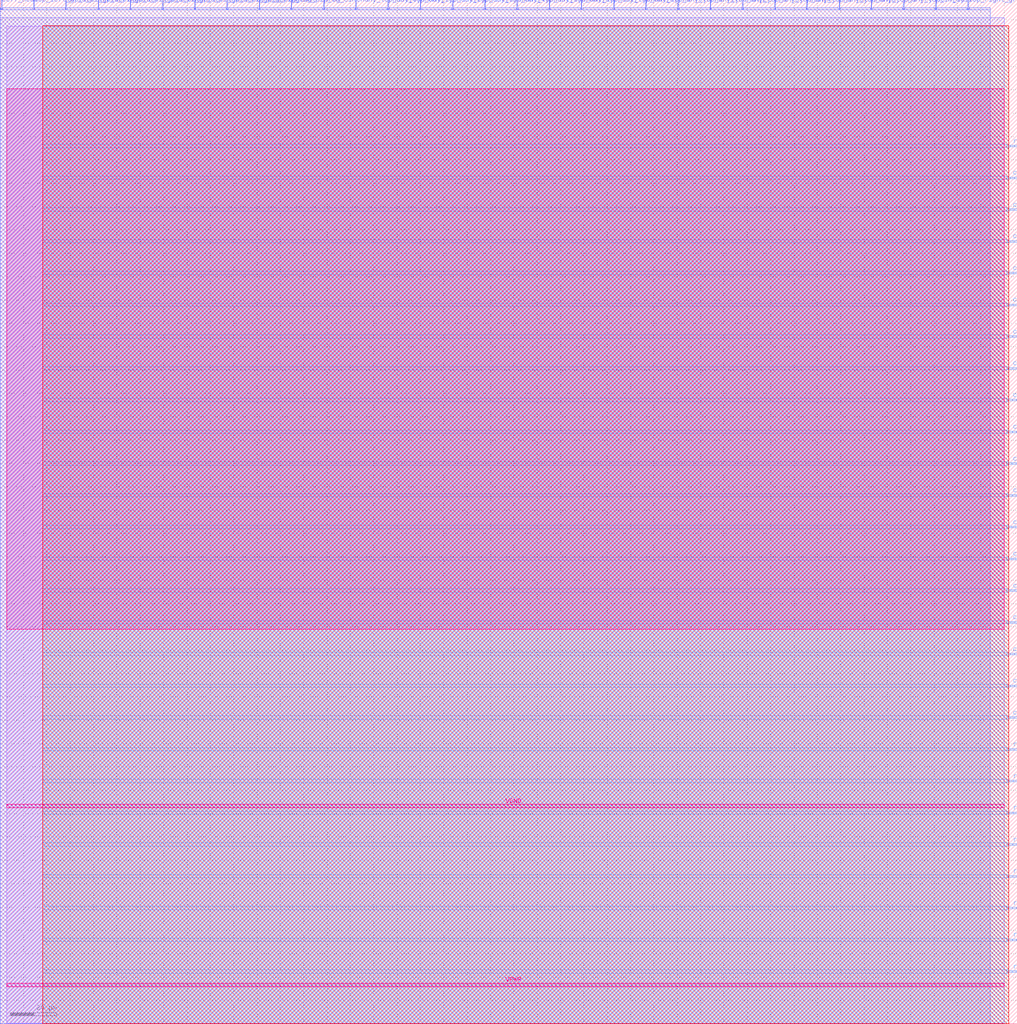
<source format=lef>
VERSION 5.7 ;
  NAMESCASESENSITIVE ON ;
  NOWIREEXTENSIONATPIN ON ;
  DIVIDERCHAR "/" ;
  BUSBITCHARS "[]" ;
UNITS
  DATABASE MICRONS 200 ;
END UNITS

MACRO sb_0__0_
  CLASS BLOCK ;
  FOREIGN sb_0__0_ ;
  ORIGIN 0.000 0.000 ;
  SIZE 435.615 BY 438.525 ;
  PIN ccff_head
    DIRECTION INPUT ;
    PORT
      LAYER met2 ;
        RECT 0.480 434.525 0.760 438.525 ;
    END
  END ccff_head
  PIN top_left_grid_pin_1_
    DIRECTION INPUT ;
    PORT
      LAYER met2 ;
        RECT 14.280 434.525 14.560 438.525 ;
    END
  END top_left_grid_pin_1_
  PIN top_left_grid_pin_3_
    DIRECTION INPUT ;
    PORT
      LAYER met2 ;
        RECT 28.080 434.525 28.360 438.525 ;
    END
  END top_left_grid_pin_3_
  PIN top_left_grid_pin_5_
    DIRECTION INPUT ;
    PORT
      LAYER met2 ;
        RECT 41.880 434.525 42.160 438.525 ;
    END
  END top_left_grid_pin_5_
  PIN top_left_grid_pin_7_
    DIRECTION INPUT ;
    PORT
      LAYER met2 ;
        RECT 55.680 434.525 55.960 438.525 ;
    END
  END top_left_grid_pin_7_
  PIN top_left_grid_pin_9_
    DIRECTION INPUT ;
    PORT
      LAYER met2 ;
        RECT 69.480 434.525 69.760 438.525 ;
    END
  END top_left_grid_pin_9_
  PIN top_left_grid_pin_11_
    DIRECTION INPUT ;
    PORT
      LAYER met2 ;
        RECT 83.280 434.525 83.560 438.525 ;
    END
  END top_left_grid_pin_11_
  PIN top_left_grid_pin_13_
    DIRECTION INPUT ;
    PORT
      LAYER met2 ;
        RECT 97.080 434.525 97.360 438.525 ;
    END
  END top_left_grid_pin_13_
  PIN top_left_grid_pin_15_
    DIRECTION OUTPUT TRISTATE ;
    PORT
      LAYER met2 ;
        RECT 110.880 434.525 111.160 438.525 ;
    END
  END top_left_grid_pin_15_
  PIN pReset
    DIRECTION INPUT ;
    PORT
      LAYER met2 ;
        RECT 124.680 434.525 124.960 438.525 ;
    END
  END pReset
  PIN prog_clk
    DIRECTION INPUT ;
    PORT
      LAYER met2 ;
        RECT 138.480 434.525 138.760 438.525 ;
    END
  END prog_clk
  PIN chany_top_out[0]
    DIRECTION OUTPUT TRISTATE ;
    PORT
      LAYER met2 ;
        RECT 152.280 434.525 152.560 438.525 ;
    END
  END chany_top_out[0]
  PIN chany_top_out[1]
    DIRECTION OUTPUT TRISTATE ;
    PORT
      LAYER met2 ;
        RECT 166.080 434.525 166.360 438.525 ;
    END
  END chany_top_out[1]
  PIN chany_top_out[2]
    DIRECTION OUTPUT TRISTATE ;
    PORT
      LAYER met2 ;
        RECT 179.880 434.525 180.160 438.525 ;
    END
  END chany_top_out[2]
  PIN chany_top_out[3]
    DIRECTION OUTPUT TRISTATE ;
    PORT
      LAYER met2 ;
        RECT 193.680 434.525 193.960 438.525 ;
    END
  END chany_top_out[3]
  PIN chany_top_out[4]
    DIRECTION OUTPUT TRISTATE ;
    PORT
      LAYER met2 ;
        RECT 207.480 434.525 207.760 438.525 ;
    END
  END chany_top_out[4]
  PIN chany_top_out[5]
    DIRECTION OUTPUT TRISTATE ;
    PORT
      LAYER met2 ;
        RECT 221.280 434.525 221.560 438.525 ;
    END
  END chany_top_out[5]
  PIN chany_top_out[6]
    DIRECTION OUTPUT TRISTATE ;
    PORT
      LAYER met2 ;
        RECT 235.080 434.525 235.360 438.525 ;
    END
  END chany_top_out[6]
  PIN chany_top_out[7]
    DIRECTION OUTPUT TRISTATE ;
    PORT
      LAYER met2 ;
        RECT 248.880 434.525 249.160 438.525 ;
    END
  END chany_top_out[7]
  PIN chany_top_out[8]
    DIRECTION OUTPUT TRISTATE ;
    PORT
      LAYER met2 ;
        RECT 262.680 434.525 262.960 438.525 ;
    END
  END chany_top_out[8]
  PIN chany_top_in[0]
    DIRECTION INPUT ;
    PORT
      LAYER met2 ;
        RECT 276.480 434.525 276.760 438.525 ;
    END
  END chany_top_in[0]
  PIN chany_top_in[1]
    DIRECTION INPUT ;
    PORT
      LAYER met2 ;
        RECT 290.280 434.525 290.560 438.525 ;
    END
  END chany_top_in[1]
  PIN chany_top_in[2]
    DIRECTION INPUT ;
    PORT
      LAYER met2 ;
        RECT 304.080 434.525 304.360 438.525 ;
    END
  END chany_top_in[2]
  PIN chany_top_in[3]
    DIRECTION INPUT ;
    PORT
      LAYER met2 ;
        RECT 317.880 434.525 318.160 438.525 ;
    END
  END chany_top_in[3]
  PIN chany_top_in[4]
    DIRECTION INPUT ;
    PORT
      LAYER met2 ;
        RECT 331.680 434.525 331.960 438.525 ;
    END
  END chany_top_in[4]
  PIN chany_top_in[5]
    DIRECTION INPUT ;
    PORT
      LAYER met2 ;
        RECT 345.480 434.525 345.760 438.525 ;
    END
  END chany_top_in[5]
  PIN chany_top_in[6]
    DIRECTION INPUT ;
    PORT
      LAYER met2 ;
        RECT 359.280 434.525 359.560 438.525 ;
    END
  END chany_top_in[6]
  PIN chany_top_in[7]
    DIRECTION INPUT ;
    PORT
      LAYER met2 ;
        RECT 373.080 434.525 373.360 438.525 ;
    END
  END chany_top_in[7]
  PIN chany_top_in[8]
    DIRECTION INPUT ;
    PORT
      LAYER met2 ;
        RECT 386.880 434.525 387.160 438.525 ;
    END
  END chany_top_in[8]
  PIN ccff_tail
    DIRECTION OUTPUT TRISTATE ;
    PORT
      LAYER met2 ;
        RECT 400.680 434.525 400.960 438.525 ;
    END
  END ccff_tail
  PIN top_right_grid_pin_11_
    DIRECTION INPUT ;
    PORT
      LAYER met2 ;
        RECT 414.480 434.525 414.760 438.525 ;
    END
  END top_right_grid_pin_11_
  PIN right_bottom_grid_pin_1_
    DIRECTION INPUT ;
    PORT
      LAYER met3 ;
        RECT 431.615 22.040 435.615 22.640 ;
    END
  END right_bottom_grid_pin_1_
  PIN right_bottom_grid_pin_3_
    DIRECTION INPUT ;
    PORT
      LAYER met3 ;
        RECT 431.615 35.640 435.615 36.240 ;
    END
  END right_bottom_grid_pin_3_
  PIN right_bottom_grid_pin_5_
    DIRECTION INPUT ;
    PORT
      LAYER met3 ;
        RECT 431.615 49.240 435.615 49.840 ;
    END
  END right_bottom_grid_pin_5_
  PIN right_bottom_grid_pin_7_
    DIRECTION INPUT ;
    PORT
      LAYER met3 ;
        RECT 431.615 62.840 435.615 63.440 ;
    END
  END right_bottom_grid_pin_7_
  PIN right_bottom_grid_pin_9_
    DIRECTION INPUT ;
    PORT
      LAYER met3 ;
        RECT 431.615 76.440 435.615 77.040 ;
    END
  END right_bottom_grid_pin_9_
  PIN right_bottom_grid_pin_11_
    DIRECTION INPUT ;
    PORT
      LAYER met3 ;
        RECT 431.615 90.040 435.615 90.640 ;
    END
  END right_bottom_grid_pin_11_
  PIN right_bottom_grid_pin_13_
    DIRECTION INPUT ;
    PORT
      LAYER met3 ;
        RECT 431.615 103.640 435.615 104.240 ;
    END
  END right_bottom_grid_pin_13_
  PIN right_bottom_grid_pin_15_
    DIRECTION INPUT ;
    PORT
      LAYER met3 ;
        RECT 431.615 117.240 435.615 117.840 ;
    END
  END right_bottom_grid_pin_15_
  PIN chanx_right_out[0]
    DIRECTION OUTPUT TRISTATE ;
    PORT
      LAYER met3 ;
        RECT 431.615 130.840 435.615 131.440 ;
    END
  END chanx_right_out[0]
  PIN chanx_right_out[1]
    DIRECTION OUTPUT TRISTATE ;
    PORT
      LAYER met3 ;
        RECT 431.615 144.440 435.615 145.040 ;
    END
  END chanx_right_out[1]
  PIN chanx_right_out[2]
    DIRECTION OUTPUT TRISTATE ;
    PORT
      LAYER met3 ;
        RECT 431.615 158.040 435.615 158.640 ;
    END
  END chanx_right_out[2]
  PIN chanx_right_out[3]
    DIRECTION OUTPUT TRISTATE ;
    PORT
      LAYER met3 ;
        RECT 431.615 171.640 435.615 172.240 ;
    END
  END chanx_right_out[3]
  PIN chanx_right_out[4]
    DIRECTION OUTPUT TRISTATE ;
    PORT
      LAYER met3 ;
        RECT 431.615 185.240 435.615 185.840 ;
    END
  END chanx_right_out[4]
  PIN chanx_right_out[5]
    DIRECTION OUTPUT TRISTATE ;
    PORT
      LAYER met3 ;
        RECT 431.615 198.840 435.615 199.440 ;
    END
  END chanx_right_out[5]
  PIN chanx_right_out[6]
    DIRECTION OUTPUT TRISTATE ;
    PORT
      LAYER met3 ;
        RECT 431.615 212.440 435.615 213.040 ;
    END
  END chanx_right_out[6]
  PIN chanx_right_out[7]
    DIRECTION OUTPUT TRISTATE ;
    PORT
      LAYER met3 ;
        RECT 431.615 226.040 435.615 226.640 ;
    END
  END chanx_right_out[7]
  PIN chanx_right_out[8]
    DIRECTION OUTPUT TRISTATE ;
    PORT
      LAYER met3 ;
        RECT 431.615 239.640 435.615 240.240 ;
    END
  END chanx_right_out[8]
  PIN chanx_right_in[0]
    DIRECTION INPUT ;
    PORT
      LAYER met3 ;
        RECT 431.615 253.240 435.615 253.840 ;
    END
  END chanx_right_in[0]
  PIN chanx_right_in[1]
    DIRECTION INPUT ;
    PORT
      LAYER met3 ;
        RECT 431.615 266.840 435.615 267.440 ;
    END
  END chanx_right_in[1]
  PIN chanx_right_in[2]
    DIRECTION INPUT ;
    PORT
      LAYER met3 ;
        RECT 431.615 280.440 435.615 281.040 ;
    END
  END chanx_right_in[2]
  PIN chanx_right_in[3]
    DIRECTION INPUT ;
    PORT
      LAYER met3 ;
        RECT 431.615 294.040 435.615 294.640 ;
    END
  END chanx_right_in[3]
  PIN chanx_right_in[4]
    DIRECTION INPUT ;
    PORT
      LAYER met3 ;
        RECT 431.615 307.640 435.615 308.240 ;
    END
  END chanx_right_in[4]
  PIN chanx_right_in[5]
    DIRECTION INPUT ;
    PORT
      LAYER met3 ;
        RECT 431.615 321.240 435.615 321.840 ;
    END
  END chanx_right_in[5]
  PIN chanx_right_in[6]
    DIRECTION INPUT ;
    PORT
      LAYER met3 ;
        RECT 431.615 334.840 435.615 335.440 ;
    END
  END chanx_right_in[6]
  PIN chanx_right_in[7]
    DIRECTION INPUT ;
    PORT
      LAYER met3 ;
        RECT 431.615 348.440 435.615 349.040 ;
    END
  END chanx_right_in[7]
  PIN chanx_right_in[8]
    DIRECTION INPUT ;
    PORT
      LAYER met3 ;
        RECT 431.615 362.040 435.615 362.640 ;
    END
  END chanx_right_in[8]
  PIN right_top_grid_pin_10_
    DIRECTION INPUT ;
    PORT
      LAYER met3 ;
        RECT 431.615 375.640 435.615 376.240 ;
    END
  END right_top_grid_pin_10_
  PIN VPWR
    DIRECTION INPUT ;
    USE POWER ;
    PORT
      LAYER met5 ;
        RECT 2.690 15.850 430.030 17.450 ;
    END
  END VPWR
  PIN VGND
    DIRECTION INPUT ;
    USE GROUND ;
    PORT
      LAYER met5 ;
        RECT 2.690 92.440 430.030 94.040 ;
    END
  END VGND
  OBS
      LAYER li1 ;
        RECT 2.690 0.155 430.030 427.365 ;
      LAYER met1 ;
        RECT 0.000 0.000 430.030 430.980 ;
      LAYER met2 ;
        RECT 0.030 434.245 0.200 435.170 ;
        RECT 1.040 434.245 14.000 435.170 ;
        RECT 14.840 434.245 27.800 435.170 ;
        RECT 28.640 434.245 41.600 435.170 ;
        RECT 42.440 434.245 55.400 435.170 ;
        RECT 56.240 434.245 69.200 435.170 ;
        RECT 70.040 434.245 83.000 435.170 ;
        RECT 83.840 434.245 96.800 435.170 ;
        RECT 97.640 434.245 110.600 435.170 ;
        RECT 111.440 434.245 124.400 435.170 ;
        RECT 125.240 434.245 138.200 435.170 ;
        RECT 139.040 434.245 152.000 435.170 ;
        RECT 152.840 434.245 165.800 435.170 ;
        RECT 166.640 434.245 179.600 435.170 ;
        RECT 180.440 434.245 193.400 435.170 ;
        RECT 194.240 434.245 207.200 435.170 ;
        RECT 208.040 434.245 221.000 435.170 ;
        RECT 221.840 434.245 234.800 435.170 ;
        RECT 235.640 434.245 248.600 435.170 ;
        RECT 249.440 434.245 262.400 435.170 ;
        RECT 263.240 434.245 276.200 435.170 ;
        RECT 277.040 434.245 290.000 435.170 ;
        RECT 290.840 434.245 303.800 435.170 ;
        RECT 304.640 434.245 317.600 435.170 ;
        RECT 318.440 434.245 331.400 435.170 ;
        RECT 332.240 434.245 345.200 435.170 ;
        RECT 346.040 434.245 359.000 435.170 ;
        RECT 359.840 434.245 372.800 435.170 ;
        RECT 373.640 434.245 386.600 435.170 ;
        RECT 387.440 434.245 400.400 435.170 ;
        RECT 401.240 434.245 414.200 435.170 ;
        RECT 415.040 434.245 423.960 435.170 ;
        RECT 0.030 0.000 423.960 434.245 ;
      LAYER met3 ;
        RECT 18.210 376.640 432.060 427.445 ;
        RECT 18.210 375.240 431.215 376.640 ;
        RECT 18.210 363.040 432.060 375.240 ;
        RECT 18.210 361.640 431.215 363.040 ;
        RECT 18.210 349.440 432.060 361.640 ;
        RECT 18.210 348.040 431.215 349.440 ;
        RECT 18.210 335.840 432.060 348.040 ;
        RECT 18.210 334.440 431.215 335.840 ;
        RECT 18.210 322.240 432.060 334.440 ;
        RECT 18.210 320.840 431.215 322.240 ;
        RECT 18.210 308.640 432.060 320.840 ;
        RECT 18.210 307.240 431.215 308.640 ;
        RECT 18.210 295.040 432.060 307.240 ;
        RECT 18.210 293.640 431.215 295.040 ;
        RECT 18.210 281.440 432.060 293.640 ;
        RECT 18.210 280.040 431.215 281.440 ;
        RECT 18.210 267.840 432.060 280.040 ;
        RECT 18.210 266.440 431.215 267.840 ;
        RECT 18.210 254.240 432.060 266.440 ;
        RECT 18.210 252.840 431.215 254.240 ;
        RECT 18.210 240.640 432.060 252.840 ;
        RECT 18.210 239.240 431.215 240.640 ;
        RECT 18.210 227.040 432.060 239.240 ;
        RECT 18.210 225.640 431.215 227.040 ;
        RECT 18.210 213.440 432.060 225.640 ;
        RECT 18.210 212.040 431.215 213.440 ;
        RECT 18.210 199.840 432.060 212.040 ;
        RECT 18.210 198.440 431.215 199.840 ;
        RECT 18.210 186.240 432.060 198.440 ;
        RECT 18.210 184.840 431.215 186.240 ;
        RECT 18.210 172.640 432.060 184.840 ;
        RECT 18.210 171.240 431.215 172.640 ;
        RECT 18.210 159.040 432.060 171.240 ;
        RECT 18.210 157.640 431.215 159.040 ;
        RECT 18.210 145.440 432.060 157.640 ;
        RECT 18.210 144.040 431.215 145.440 ;
        RECT 18.210 131.840 432.060 144.040 ;
        RECT 18.210 130.440 431.215 131.840 ;
        RECT 18.210 118.240 432.060 130.440 ;
        RECT 18.210 116.840 431.215 118.240 ;
        RECT 18.210 104.640 432.060 116.840 ;
        RECT 18.210 103.240 431.215 104.640 ;
        RECT 18.210 91.040 432.060 103.240 ;
        RECT 18.210 89.640 431.215 91.040 ;
        RECT 18.210 77.440 432.060 89.640 ;
        RECT 18.210 76.040 431.215 77.440 ;
        RECT 18.210 63.840 432.060 76.040 ;
        RECT 18.210 62.440 431.215 63.840 ;
        RECT 18.210 50.240 432.060 62.440 ;
        RECT 18.210 48.840 431.215 50.240 ;
        RECT 18.210 36.640 432.060 48.840 ;
        RECT 18.210 35.240 431.215 36.640 ;
        RECT 18.210 23.040 432.060 35.240 ;
        RECT 18.210 21.640 431.215 23.040 ;
        RECT 18.210 0.075 432.060 21.640 ;
      LAYER met4 ;
        RECT 18.210 0.000 432.035 427.520 ;
      LAYER met5 ;
        RECT 2.690 169.030 430.030 400.400 ;
  END
END sb_0__0_
END LIBRARY


</source>
